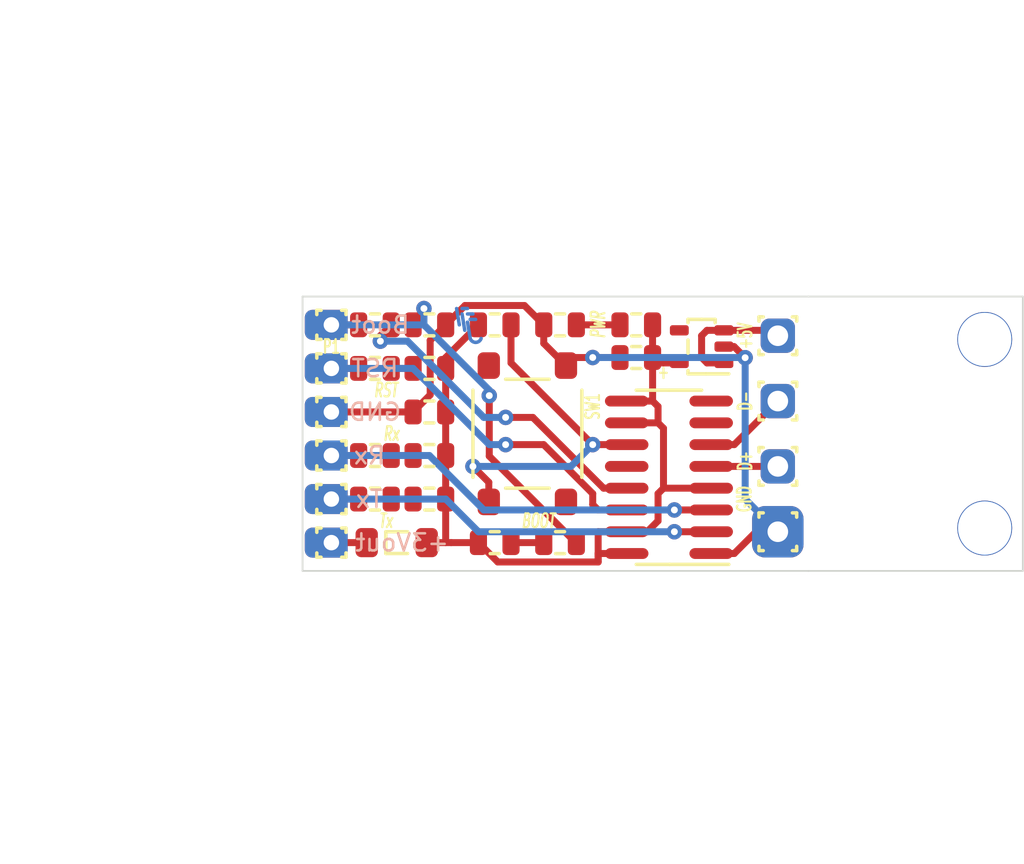
<source format=kicad_pcb>
(kicad_pcb (version 20221018) (generator pcbnew)
  (title_block (title "USB-TTL Download cable") (date "2023-10-06") (rev "00") (comment 1 "Janis"))
  (layers (0 "F.Cu" signal) (31 "B.Cu" signal) (34 "B.Paste" user) (35 "F.Paste" user) (36 "B.SilkS" user "B.Silkscreen") (37 "F.SilkS" user "F.Silkscreen") (38 "B.Mask" user) (39 "F.Mask" user) (44 "Edge.Cuts" user))
  (net 0 "")
  (net 1 "GND")
  (net 2 "Net-(D1-A)")
  (net 3 "Net-(D1-C)")
  (net 4 "Net-(IC1-EN)")
  (net 5 "Net-(IC2-TXD)")
  (net 6 "Net-(IC2-RXD)")
  (net 7 "Net-(IC2-USBDP)")
  (net 8 "Net-(IC2-USBDM)")
  (net 11 "Net-(IC2-~{RI})")
  (net 13 "Net-(IC2-~{DTR})")
  (net 14 "Net-(IC2-~{RTS})")
  (net 15 "Net-(LD5-PadC)")
  (net 16 "Net-(LD1-PadA)")
  (net 17 "Net-(LD2-PadA)")
  (net 18 "Net-(LD3-PadA)")
  (net 19 "Net-(LD4-PadA)")
  (net 20 "Net-(LD2-PadC)")
  (footprint "SMD_Resistor_Generic:RESC2012X50N_0805" (layer "F.Cu") (at 132.715 93.98 180)
    (fp_text reference "R5" hide)
    (fp_text value "0R")
    (fp_line (start -0.261252 -0.64) (end 0.261252 -0.64) (stroke (width 0.2032)) (layer "F.SilkS"))
    (fp_line (start -0.261252 0.64) (end 0.261252 0.64) (stroke (width 0.2032)) (layer "F.SilkS"))
    (pad "1" smd roundrect (at -0.95 0 180) (size 1 1.45) (layers "F.Cu" "F.Paste" "F.Mask") (net 1 "GND"))
    (pad "2" smd roundrect (at 0.95 0 180) (size 1 1.45) (layers "F.Cu" "F.Paste" "F.Mask") (net 20 "Net-(LD2-PadC)"))
  )
  (footprint "SMD_Semiconductor_Generic:DIOMELF3414N_DO213AC_MiniMELF" (layer "F.Cu") (at 130.81 106.68)
    (fp_text reference "D1" hide)
    (fp_text value "LL4148")
    (fp_line (start -0.635 0.635) (end -0.635 -0.635) (stroke (width 0.2032)) (layer "F.SilkS"))
    (fp_line (start 0.635 -0.635) (end -0.635 -0.635) (stroke (width 0.2032)) (layer "F.SilkS"))
    (fp_line (start 0.635 0.635) (end -0.635 0.635) (stroke (width 0.2032)) (layer "F.SilkS"))
    (pad "1" smd roundrect (at -1.75 0) (size 1.3 1.7) (layers "F.Cu" "F.Paste" "F.Mask") (net 3 "Net-(D1-C)"))
    (pad "2" smd roundrect (at 1.75 0) (size 1.3 1.7) (layers "F.Cu" "F.Paste" "F.Mask") (net 2 "Net-(D1-A)"))
  )
  (footprint "THD_PAD_Generic:PAD_THD_R200_200R50H120" (layer "F.Cu") (at 153.035 98.425)
    (fp_text reference "CN2" hide)
    (fp_text value "D-" (at -1.905 0 90) (layer "F.SilkS") (effects (font (size 0.8 0.5))))
    (fp_line (start -1.1 -0.85) (end -1.1 -1.1) (stroke (width 0.2032)) (layer "F.SilkS"))
    (fp_line (start -1.1 0.85) (end -1.1 1.1) (stroke (width 0.2032)) (layer "F.SilkS"))
    (fp_line (start -0.85 -1.1) (end -1.1 -1.1) (stroke (width 0.2032)) (layer "F.SilkS"))
    (fp_line (start -0.85 1.1) (end -1.1 1.1) (stroke (width 0.2032)) (layer "F.SilkS"))
    (fp_line (start 0.85 -1.1) (end 1.1 -1.1) (stroke (width 0.2032)) (layer "F.SilkS"))
    (fp_line (start 0.85 1.1) (end 1.1 1.1) (stroke (width 0.2032)) (layer "F.SilkS"))
    (fp_line (start 1.1 -0.85) (end 1.1 -1.1) (stroke (width 0.2032)) (layer "F.SilkS"))
    (fp_line (start 1.1 0.85) (end 1.1 1.1) (stroke (width 0.2032)) (layer "F.SilkS"))
    (pad "1" thru_hole roundrect (at 0 0) (size 2 2) (drill 1.2) (layers "*.Cu" "*.Mask") (net 8 "Net-(IC2-USBDM)"))
  )
  (footprint "SMD_Resistor_Generic:RESC2012X50N_0805" (layer "F.Cu") (at 132.715 104.14)
    (fp_text reference "R8" hide)
    (fp_text value "2k2 5%")
    (fp_line (start -0.261252 -0.64) (end 0.261252 -0.64) (stroke (width 0.2032)) (layer "F.SilkS"))
    (fp_line (start -0.261252 0.64) (end 0.261252 0.64) (stroke (width 0.2032)) (layer "F.SilkS"))
    (pad "1" smd roundrect (at -0.95 0) (size 1 1.45) (layers "F.Cu" "F.Paste" "F.Mask") (net 18 "Net-(LD3-PadA)"))
    (pad "2" smd roundrect (at 0.95 0) (size 1 1.45) (layers "F.Cu" "F.Paste" "F.Mask") (net 2 "Net-(D1-A)"))
  )
  (footprint "THD_PAD_Generic:PAD_THD_R150_150R37H90" (layer "F.Cu") (at 127 106.68 180)
    (fp_text reference "P6" hide)
    (fp_text value "+3Vout" (at -4.1275 0) (layer "B.SilkS") (effects (justify mirror)))
    (fp_line (start -0.85 -0.6) (end -0.85 -0.85) (stroke (width 0.2032)) (layer "F.SilkS"))
    (fp_line (start -0.85 0.6) (end -0.85 0.85) (stroke (width 0.2032)) (layer "F.SilkS"))
    (fp_line (start -0.6 -0.85) (end -0.85 -0.85) (stroke (width 0.2032)) (layer "F.SilkS"))
    (fp_line (start -0.6 0.85) (end -0.85 0.85) (stroke (width 0.2032)) (layer "F.SilkS"))
    (fp_line (start 0.6 -0.85) (end 0.85 -0.85) (stroke (width 0.2032)) (layer "F.SilkS"))
    (fp_line (start 0.6 0.85) (end 0.85 0.85) (stroke (width 0.2032)) (layer "F.SilkS"))
    (fp_line (start 0.85 -0.6) (end 0.85 -0.85) (stroke (width 0.2032)) (layer "F.SilkS"))
    (fp_line (start 0.85 0.6) (end 0.85 0.85) (stroke (width 0.2032)) (layer "F.SilkS"))
    (pad "1" thru_hole roundrect (at 0 0 180) (size 2.5 1.75) (drill 0.9 (offset 0.3 0)) (layers "*.Cu" "*.Mask") (net 3 "Net-(D1-C)"))
  )
  (footprint "SMD_Resistor_Generic:RESC2012X50N_0805" (layer "F.Cu") (at 129.54 93.98 180)
    (fp_text reference "R4" hide)
    (fp_text value "0R")
    (fp_line (start -0.261252 -0.64) (end 0.261252 -0.64) (stroke (width 0.2032)) (layer "F.SilkS"))
    (fp_line (start -0.261252 0.64) (end 0.261252 0.64) (stroke (width 0.2032)) (layer "F.SilkS"))
    (pad "1" smd roundrect (at -0.95 0 180) (size 1 1.45) (layers "F.Cu" "F.Paste" "F.Mask") (net 13 "Net-(IC2-~{DTR})"))
    (pad "2" smd roundrect (at 0.95 0 180) (size 1 1.45) (layers "F.Cu" "F.Paste" "F.Mask") (net 20 "Net-(LD2-PadC)"))
  )
  (footprint "THD_PAD_Generic:PAD_THD_R200_200R50H120" (layer "F.Cu") (at 153.035 102.235)
    (fp_text reference "CN3" hide)
    (fp_text value "D+" (at -1.905 -0.3175 90) (layer "F.SilkS") (effects (font (size 0.8 0.5))))
    (fp_line (start -1.1 -0.85) (end -1.1 -1.1) (stroke (width 0.2032)) (layer "F.SilkS"))
    (fp_line (start -1.1 0.85) (end -1.1 1.1) (stroke (width 0.2032)) (layer "F.SilkS"))
    (fp_line (start -0.85 -1.1) (end -1.1 -1.1) (stroke (width 0.2032)) (layer "F.SilkS"))
    (fp_line (start -0.85 1.1) (end -1.1 1.1) (stroke (width 0.2032)) (layer "F.SilkS"))
    (fp_line (start 0.85 -1.1) (end 1.1 -1.1) (stroke (width 0.2032)) (layer "F.SilkS"))
    (fp_line (start 0.85 1.1) (end 1.1 1.1) (stroke (width 0.2032)) (layer "F.SilkS"))
    (fp_line (start 1.1 -0.85) (end 1.1 -1.1) (stroke (width 0.2032)) (layer "F.SilkS"))
    (fp_line (start 1.1 0.85) (end 1.1 1.1) (stroke (width 0.2032)) (layer "F.SilkS"))
    (pad "1" thru_hole roundrect (at 0 0) (size 2 2) (drill 1.2) (layers "*.Cu" "*.Mask") (net 7 "Net-(IC2-USBDP)"))
  )
  (footprint "THD_PAD_Generic:PAD_THD_R150_150R37H90" (layer "F.Cu") (at 127 104.14 180)
    (fp_text reference "P5" hide)
    (fp_text value "Tx" (at -2.2225 0) (layer "B.SilkS") (effects (justify mirror)))
    (fp_line (start -0.85 -0.6) (end -0.85 -0.85) (stroke (width 0.2032)) (layer "F.SilkS"))
    (fp_line (start -0.85 0.6) (end -0.85 0.85) (stroke (width 0.2032)) (layer "F.SilkS"))
    (fp_line (start -0.6 -0.85) (end -0.85 -0.85) (stroke (width 0.2032)) (layer "F.SilkS"))
    (fp_line (start -0.6 0.85) (end -0.85 0.85) (stroke (width 0.2032)) (layer "F.SilkS"))
    (fp_line (start 0.6 -0.85) (end 0.85 -0.85) (stroke (width 0.2032)) (layer "F.SilkS"))
    (fp_line (start 0.6 0.85) (end 0.85 0.85) (stroke (width 0.2032)) (layer "F.SilkS"))
    (fp_line (start 0.85 -0.6) (end 0.85 -0.85) (stroke (width 0.2032)) (layer "F.SilkS"))
    (fp_line (start 0.85 0.6) (end 0.85 0.85) (stroke (width 0.2032)) (layer "F.SilkS"))
    (pad "1" thru_hole roundrect (at 0 0 180) (size 2.5 1.75) (drill 0.9 (offset 0.3 0)) (layers "*.Cu" "*.Mask") (net 5 "Net-(IC2-TXD)"))
  )
  (footprint "THD_PAD_Generic:PAD_THD_R150_150R37H90" (layer "F.Cu") (at 127 101.6 180)
    (fp_text reference "P4" hide)
    (fp_text value "Rx" (at -2.2225 0) (layer "B.SilkS") (effects (justify mirror)))
    (fp_line (start -0.85 -0.6) (end -0.85 -0.85) (stroke (width 0.2032)) (layer "F.SilkS"))
    (fp_line (start -0.85 0.6) (end -0.85 0.85) (stroke (width 0.2032)) (layer "F.SilkS"))
    (fp_line (start -0.6 -0.85) (end -0.85 -0.85) (stroke (width 0.2032)) (layer "F.SilkS"))
    (fp_line (start -0.6 0.85) (end -0.85 0.85) (stroke (width 0.2032)) (layer "F.SilkS"))
    (fp_line (start 0.6 -0.85) (end 0.85 -0.85) (stroke (width 0.2032)) (layer "F.SilkS"))
    (fp_line (start 0.6 0.85) (end 0.85 0.85) (stroke (width 0.2032)) (layer "F.SilkS"))
    (fp_line (start 0.85 -0.6) (end 0.85 -0.85) (stroke (width 0.2032)) (layer "F.SilkS"))
    (fp_line (start 0.85 0.6) (end 0.85 0.85) (stroke (width 0.2032)) (layer "F.SilkS"))
    (pad "1" thru_hole roundrect (at 0 0 180) (size 2.5 1.75) (drill 0.9 (offset 0.3 0)) (layers "*.Cu" "*.Mask") (net 6 "Net-(IC2-RXD)"))
  )
  (footprint "THD_PAD_Generic:PAD_THD_R200_200R50H120" (layer "F.Cu") (at 153.035 106.045)
    (fp_text reference "CN4" hide)
    (fp_text value "GND" (at -1.9525 -1.905 -90) (layer "F.SilkS") (effects (font (size 0.8 0.5))))
    (fp_line (start -1.1 -0.85) (end -1.1 -1.1) (stroke (width 0.2032)) (layer "F.SilkS"))
    (fp_line (start -1.1 0.85) (end -1.1 1.1) (stroke (width 0.2032)) (layer "F.SilkS"))
    (fp_line (start -0.85 -1.1) (end -1.1 -1.1) (stroke (width 0.2032)) (layer "F.SilkS"))
    (fp_line (start -0.85 1.1) (end -1.1 1.1) (stroke (width 0.2032)) (layer "F.SilkS"))
    (fp_line (start 0.85 -1.1) (end 1.1 -1.1) (stroke (width 0.2032)) (layer "F.SilkS"))
    (fp_line (start 0.85 1.1) (end 1.1 1.1) (stroke (width 0.2032)) (layer "F.SilkS"))
    (fp_line (start 1.1 -0.85) (end 1.1 -1.1) (stroke (width 0.2032)) (layer "F.SilkS"))
    (fp_line (start 1.1 0.85) (end 1.1 1.1) (stroke (width 0.2032)) (layer "F.SilkS"))
    (pad "1" thru_hole roundrect (at 0 0) (size 3 3) (drill 1.2) (layers "*.Cu" "*.Mask") (net 1 "GND"))
  )
  (footprint "THD_PAD_Generic:PAD_THD_R200_200R50H120" (layer "F.Cu") (at 153.035 94.615)
    (fp_text reference "CN1" hide)
    (fp_text value "+5V" (at -1.905 0 90) (layer "F.SilkS") (effects (font (size 0.8 0.5))))
    (fp_line (start -1.1 -0.85) (end -1.1 -1.1) (stroke (width 0.2032)) (layer "F.SilkS"))
    (fp_line (start -1.1 0.85) (end -1.1 1.1) (stroke (width 0.2032)) (layer "F.SilkS"))
    (fp_line (start -0.85 -1.1) (end -1.1 -1.1) (stroke (width 0.2032)) (layer "F.SilkS"))
    (fp_line (start -0.85 1.1) (end -1.1 1.1) (stroke (width 0.2032)) (layer "F.SilkS"))
    (fp_line (start 0.85 -1.1) (end 1.1 -1.1) (stroke (width 0.2032)) (layer "F.SilkS"))
    (fp_line (start 0.85 1.1) (end 1.1 1.1) (stroke (width 0.2032)) (layer "F.SilkS"))
    (fp_line (start 1.1 -0.85) (end 1.1 -1.1) (stroke (width 0.2032)) (layer "F.SilkS"))
    (fp_line (start 1.1 0.85) (end 1.1 1.1) (stroke (width 0.2032)) (layer "F.SilkS"))
    (pad "1" thru_hole roundrect (at 0 0) (size 2 2) (drill 1.2) (layers "*.Cu" "*.Mask") (net 4 "Net-(IC1-EN)"))
  )
  (footprint "SMD_Resistor_Generic:RESC2012X50N_0805" (layer "F.Cu") (at 140.335 93.98)
    (fp_text reference "R10" hide)
    (fp_text value "2k2 5%")
    (fp_line (start -0.261252 -0.64) (end 0.261252 -0.64) (stroke (width 0.2032)) (layer "F.SilkS"))
    (fp_line (start -0.261252 0.64) (end 0.261252 0.64) (stroke (width 0.2032)) (layer "F.SilkS"))
    (pad "1" smd roundrect (at -0.95 0) (size 1 1.45) (layers "F.Cu" "F.Paste" "F.Mask") (net 1 "GND"))
    (pad "2" smd roundrect (at 0.95 0) (size 1 1.45) (layers "F.Cu" "F.Paste" "F.Mask") (net 15 "Net-(LD5-PadC)"))
  )
  (footprint "SMD_IC_Generic:SOP127P700X200-16N_SOP-16" (layer "F.Cu") (at 146.685 102.87 180)
    (fp_text reference "IC2" hide)
    (fp_text value "CH340C")
    (fp_line (start -0.0425 -5.08) (end -3.4925 -5.08) (stroke (width 0.2032)) (layer "F.SilkS"))
    (fp_line (start -0.0425 -5.08) (end 1.905 -5.08) (stroke (width 0.2032)) (layer "F.SilkS"))
    (fp_line (start 0 5.08) (end -1.905 5.08) (stroke (width 0.2032)) (layer "F.SilkS"))
    (fp_line (start 0 5.08) (end 1.905 5.08) (stroke (width 0.2032)) (layer "F.SilkS"))
    (pad "1" smd roundrect (at -2.4638 -4.445 180) (size 2.54 0.635) (layers "F.Cu" "F.Paste" "F.Mask") (roundrect_rratio 0.5) (net 1 "GND"))
    (pad "2" smd roundrect (at -2.4638 -3.175 180) (size 2.54 0.635) (layers "F.Cu" "F.Paste" "F.Mask") (roundrect_rratio 0.5) (net 5 "Net-(IC2-TXD)"))
    (pad "3" smd roundrect (at -2.4638 -1.905 180) (size 2.54 0.635) (layers "F.Cu" "F.Paste" "F.Mask") (roundrect_rratio 0.5) (net 6 "Net-(IC2-RXD)"))
    (pad "4" smd roundrect (at -2.4638 -0.635 180) (size 2.54 0.635) (layers "F.Cu" "F.Paste" "F.Mask") (roundrect_rratio 0.5) (net 2 "Net-(D1-A)"))
    (pad "5" smd roundrect (at -2.4638 0.635 180) (size 2.54 0.635) (layers "F.Cu" "F.Paste" "F.Mask") (roundrect_rratio 0.5) (net 7 "Net-(IC2-USBDP)"))
    (pad "6" smd roundrect (at -2.4638 1.905 180) (size 2.54 0.635) (layers "F.Cu" "F.Paste" "F.Mask") (roundrect_rratio 0.5) (net 8 "Net-(IC2-USBDM)"))
    (pad "7" smd roundrect (at -2.4638 3.175 180) (size 2.54 0.635) (layers "F.Cu" "F.Paste" "F.Mask") (roundrect_rratio 0.5))
    (pad "8" smd roundrect (at -2.4638 4.445 180) (size 2.54 0.635) (layers "F.Cu" "F.Paste" "F.Mask") (roundrect_rratio 0.5))
    (pad "9" smd roundrect (at 2.4638 4.445 180) (size 2.54 0.635) (layers "F.Cu" "F.Paste" "F.Mask") (roundrect_rratio 0.5) (net 2 "Net-(D1-A)"))
    (pad "10" smd roundrect (at 2.4638 3.175 180) (size 2.54 0.635) (layers "F.Cu" "F.Paste" "F.Mask") (roundrect_rratio 0.5) (net 2 "Net-(D1-A)"))
    (pad "11" smd roundrect (at 2.4638 1.905 180) (size 2.54 0.635) (layers "F.Cu" "F.Paste" "F.Mask") (roundrect_rratio 0.5) (net 11 "Net-(IC2-~{RI})"))
    (pad "12" smd roundrect (at 2.4638 0.635 180) (size 2.54 0.635) (layers "F.Cu" "F.Paste" "F.Mask") (roundrect_rratio 0.5))
    (pad "13" smd roundrect (at 2.4638 -0.635 180) (size 2.54 0.635) (layers "F.Cu" "F.Paste" "F.Mask") (roundrect_rratio 0.5) (net 13 "Net-(IC2-~{DTR})"))
    (pad "14" smd roundrect (at 2.4638 -1.905 180) (size 2.54 0.635) (layers "F.Cu" "F.Paste" "F.Mask") (roundrect_rratio 0.5) (net 14 "Net-(IC2-~{RTS})"))
    (pad "15" smd roundrect (at 2.4638 -3.175 180) (size 2.54 0.635) (layers "F.Cu" "F.Paste" "F.Mask") (roundrect_rratio 0.5) (net 2 "Net-(D1-A)"))
    (pad "16" smd roundrect (at 2.4638 -4.445 180) (size 2.54 0.635) (layers "F.Cu" "F.Paste" "F.Mask") (roundrect_rratio 0.5) (net 2 "Net-(D1-A)"))
  )
  (footprint "THD_PAD_Generic:PAD_THD_R150_150R37H90" (layer "F.Cu") (at 127 99.06 180)
    (fp_text reference "P3" hide)
    (fp_text value "GND" (at -2.54 0) (layer "B.SilkS") (effects (justify mirror)))
    (fp_line (start -0.85 -0.6) (end -0.85 -0.85) (stroke (width 0.2032)) (layer "F.SilkS"))
    (fp_line (start -0.85 0.6) (end -0.85 0.85) (stroke (width 0.2032)) (layer "F.SilkS"))
    (fp_line (start -0.6 -0.85) (end -0.85 -0.85) (stroke (width 0.2032)) (layer "F.SilkS"))
    (fp_line (start -0.6 0.85) (end -0.85 0.85) (stroke (width 0.2032)) (layer "F.SilkS"))
    (fp_line (start 0.6 -0.85) (end 0.85 -0.85) (stroke (width 0.2032)) (layer "F.SilkS"))
    (fp_line (start 0.6 0.85) (end 0.85 0.85) (stroke (width 0.2032)) (layer "F.SilkS"))
    (fp_line (start 0.85 -0.6) (end 0.85 -0.85) (stroke (width 0.2032)) (layer "F.SilkS"))
    (fp_line (start 0.85 0.6) (end 0.85 0.85) (stroke (width 0.2032)) (layer "F.SilkS"))
    (pad "1" thru_hole roundrect (at 0 0 180) (size 2.5 1.75) (drill 0.9 (offset 0.3 0)) (layers "*.Cu" "*.Mask") (net 1 "GND"))
  )
  (footprint "SMD_LED_Generic:LEDC2012X100_0805_Green" (layer "F.Cu") (at 129.54 96.52)
    (fp_text reference "LD1" hide)
    (fp_text value "KP-2012MGC-Green")
    (fp_text user "${Comment}" (at 0.635 1.27) (layer "F.SilkS") (effects (font (size 0.8 0.5) (thickness 0.125) bold italic)))
    (fp_line (start -0.261252 -0.64) (end 0.261252 -0.64) (stroke (width 0.2032)) (layer "F.SilkS"))
    (fp_line (start -0.261252 0.64) (end 0.261252 0.64) (stroke (width 0.2032)) (layer "F.SilkS"))
    (pad "A" smd roundrect (at 0.95 0) (size 1 1.45) (layers "F.Cu" "F.Paste" "F.Mask") (net 16 "Net-(LD1-PadA)"))
    (pad "C" smd roundrect (at -0.95 0) (size 1 1.45) (layers "F.Cu" "F.Paste" "F.Mask") (net 14 "Net-(IC2-~{RTS})"))
  )
  (footprint "THD_PAD_Generic:PAD_THD_R150_150R37H90" (layer "F.Cu") (at 127 93.98 180)
    (fp_text reference "P1" (at 0 -1.27) (layer "F.SilkS") (effects (font (size 0.8 0.5) (thickness 0.125))))
    (fp_text value "Boot" (at -2.8575 0) (layer "B.SilkS") (effects (justify mirror)))
    (fp_line (start -0.85 -0.6) (end -0.85 -0.85) (stroke (width 0.2032)) (layer "F.SilkS"))
    (fp_line (start -0.85 0.6) (end -0.85 0.85) (stroke (width 0.2032)) (layer "F.SilkS"))
    (fp_line (start -0.6 -0.85) (end -0.85 -0.85) (stroke (width 0.2032)) (layer "F.SilkS"))
    (fp_line (start -0.6 0.85) (end -0.85 0.85) (stroke (width 0.2032)) (layer "F.SilkS"))
    (fp_line (start 0.6 -0.85) (end 0.85 -0.85) (stroke (width 0.2032)) (layer "F.SilkS"))
    (fp_line (start 0.6 0.85) (end 0.85 0.85) (stroke (width 0.2032)) (layer "F.SilkS"))
    (fp_line (start 0.85 -0.6) (end 0.85 -0.85) (stroke (width 0.2032)) (layer "F.SilkS"))
    (fp_line (start 0.85 0.6) (end 0.85 0.85) (stroke (width 0.2032)) (layer "F.SilkS"))
    (pad "1" thru_hole roundrect (at 0 0 180) (size 2.5 1.75) (drill 0.9 (offset 0.3 0)) (layers "*.Cu" "*.Mask") (net 20 "Net-(LD2-PadC)"))
  )
  (footprint "SMD_Resistor_Generic:RESC2012X50N_0805" (layer "F.Cu") (at 132.715 101.6)
    (fp_text reference "R9" hide)
    (fp_text value "2k2 5%")
    (fp_line (start -0.261252 -0.64) (end 0.261252 -0.64) (stroke (width 0.2032)) (layer "F.SilkS"))
    (fp_line (start -0.261252 0.64) (end 0.261252 0.64) (stroke (width 0.2032)) (layer "F.SilkS"))
    (pad "1" smd roundrect (at -0.95 0) (size 1 1.45) (layers "F.Cu" "F.Paste" "F.Mask") (net 19 "Net-(LD4-PadA)"))
    (pad "2" smd roundrect (at 0.95 0) (size 1 1.45) (layers "F.Cu" "F.Paste" "F.Mask") (net 2 "Net-(D1-A)"))
  )
  (footprint "SMD_Resistor_Generic:RESC2012X50N_0805" (layer "F.Cu") (at 136.525 106.68 180)
    (fp_text reference "R3" hide)
    (fp_text value "2k2 5%")
    (fp_line (start -0.261252 -0.64) (end 0.261252 -0.64) (stroke (width 0.2032)) (layer "F.SilkS"))
    (fp_line (start -0.261252 0.64) (end 0.261252 0.64) (stroke (width 0.2032)) (layer "F.SilkS"))
    (pad "1" smd roundrect (at -0.95 0 180) (size 1 1.45) (layers "F.Cu" "F.Paste" "F.Mask") (net 17 "Net-(LD2-PadA)"))
    (pad "2" smd roundrect (at 0.95 0 180) (size 1 1.45) (layers "F.Cu" "F.Paste" "F.Mask") (net 2 "Net-(D1-A)"))
  )
  (footprint "SMD_LED_Generic:LEDC2012X100_0805_Green" (layer "F.Cu") (at 140.335 106.68 180)
    (fp_text reference "LD2" hide)
    (fp_text value "KP-2012MGC-Green")
    (fp_text user "${Comment}" (at 1.27 1.27 180) (layer "F.SilkS") (effects (font (size 0.8 0.5) (thickness 0.125) bold italic)))
    (fp_line (start -0.261252 -0.64) (end 0.261252 -0.64) (stroke (width 0.2032)) (layer "F.SilkS"))
    (fp_line (start -0.261252 0.64) (end 0.261252 0.64) (stroke (width 0.2032)) (layer "F.SilkS"))
    (pad "A" smd roundrect (at 0.95 0 180) (size 1 1.45) (layers "F.Cu" "F.Paste" "F.Mask") (net 17 "Net-(LD2-PadA)"))
    (pad "C" smd roundrect (at -0.95 0 180) (size 1 1.45) (layers "F.Cu" "F.Paste" "F.Mask") (net 20 "Net-(LD2-PadC)"))
  )
  (footprint "THD_PAD_Generic:PAD_THD_R150_150R37H90" (layer "F.Cu") (at 127 96.52 180)
    (fp_text reference "P2" hide)
    (fp_text value "RST" (at -2.54 0) (layer "B.SilkS") (effects (justify mirror)))
    (fp_line (start -0.85 -0.6) (end -0.85 -0.85) (stroke (width 0.2032)) (layer "F.SilkS"))
    (fp_line (start -0.85 0.6) (end -0.85 0.85) (stroke (width 0.2032)) (layer "F.SilkS"))
    (fp_line (start -0.6 -0.85) (end -0.85 -0.85) (stroke (width 0.2032)) (layer "F.SilkS"))
    (fp_line (start -0.6 0.85) (end -0.85 0.85) (stroke (width 0.2032)) (layer "F.SilkS"))
    (fp_line (start 0.6 -0.85) (end 0.85 -0.85) (stroke (width 0.2032)) (layer "F.SilkS"))
    (fp_line (start 0.6 0.85) (end 0.85 0.85) (stroke (width 0.2032)) (layer "F.SilkS"))
    (fp_line (start 0.85 -0.6) (end 0.85 -0.85) (stroke (width 0.2032)) (layer "F.SilkS"))
    (fp_line (start 0.85 0.6) (end 0.85 0.85) (stroke (width 0.2032)) (layer "F.SilkS"))
    (pad "1" thru_hole roundrect (at 0 0 180) (size 2.5 1.75) (drill 0.9 (offset 0.3 0)) (layers "*.Cu" "*.Mask") (net 14 "Net-(IC2-~{RTS})"))
  )
  (footprint "SMD_Switch_Omron:SW_PUSH_450P600X600H430-4N_Omron" (layer "F.Cu") (at 138.43 100.33 90)
    (fp_text reference "SW1" (at 1.5875 3.81 270) (layer "F.SilkS") (effects (font (size 0.8 0.5))))
    (fp_text value "B3S-1000")
    (fp_line (start -3.175 -1.27) (end -3.175 1.27) (stroke (width 0.2032)) (layer "F.SilkS"))
    (fp_line (start -2.54 -3.175) (end 2.54 -3.175) (stroke (width 0.2032)) (layer "F.SilkS"))
    (fp_line (start -2.54 3.175) (end 2.54 3.175) (stroke (width 0.2032)) (layer "F.SilkS"))
    (fp_line (start 3.175 1.27) (end 3.175 -1.27) (stroke (width 0.2032)) (layer "F.SilkS"))
    (pad "1" smd roundrect (at -3.975 -2.25 90) (size 1.55 1.3) (layers "F.Cu" "F.Paste" "F.Mask") (net 11 "Net-(IC2-~{RI})"))
    (pad "2" smd roundrect (at -3.975 2.25 90) (size 1.55 1.3) (layers "F.Cu" "F.Paste" "F.Mask"))
    (pad "3" smd roundrect (at 3.975 -2.25 90) (size 1.55 1.3) (layers "F.Cu" "F.Paste" "F.Mask"))
    (pad "4" smd roundrect (at 3.975 2.25 90) (size 1.55 1.3) (layers "F.Cu" "F.Paste" "F.Mask") (net 1 "GND"))
  )
  (footprint "SMD_Resistor_Generic:RESC2012X50N_0805" (layer "F.Cu") (at 136.525 93.98 180)
    (fp_text reference "R1" hide)
    (fp_text value "10k 5%")
    (fp_line (start -0.261252 -0.64) (end 0.261252 -0.64) (stroke (width 0.2032)) (layer "F.SilkS"))
    (fp_line (start -0.261252 0.64) (end 0.261252 0.64) (stroke (width 0.2032)) (layer "F.SilkS"))
    (pad "1" smd roundrect (at -0.95 0 180) (size 1 1.45) (layers "F.Cu" "F.Paste" "F.Mask") (net 11 "Net-(IC2-~{RI})"))
    (pad "2" smd roundrect (at 0.95 0 180) (size 1 1.45) (layers "F.Cu" "F.Paste" "F.Mask") (net 2 "Net-(D1-A)"))
  )
  (footprint "SMD_LED_Generic:LEDC2012X100_0805_Yellow" (layer "F.Cu") (at 129.54 101.6)
    (fp_text reference "LD4" hide)
    (fp_text value "KP-2012SYCK-Yellow")
    (fp_text user "${Comment}" (at 0.9525 -1.27) (layer "F.SilkS") (effects (font (size 0.8 0.5) (thickness 0.125) bold italic)))
    (fp_line (start -0.261252 -0.64) (end 0.261252 -0.64) (stroke (width 0.2032)) (layer "F.SilkS"))
    (fp_line (start -0.261252 0.64) (end 0.261252 0.64) (stroke (width 0.2032)) (layer "F.SilkS"))
    (pad "A" smd roundrect (at 0.95 0) (size 1 1.45) (layers "F.Cu" "F.Paste" "F.Mask") (net 19 "Net-(LD4-PadA)"))
    (pad "C" smd roundrect (at -0.95 0) (size 1 1.45) (layers "F.Cu" "F.Paste" "F.Mask") (net 6 "Net-(IC2-RXD)"))
  )
  (footprint "SMD_LED_Generic:LEDC2012X100_0805_Red" (layer "F.Cu") (at 144.78 93.98)
    (fp_text reference "LD5" hide)
    (fp_text value "KP-2012SURCK-Red")
    (fp_text user "${Comment}" (at -2.2225 0 90) (layer "F.SilkS") (effects (font (size 0.8 0.5) (thickness 0.125) bold italic)))
    (fp_line (start -0.261252 -0.64) (end 0.261252 -0.64) (stroke (width 0.2032)) (layer "F.SilkS"))
    (fp_line (start -0.261252 0.64) (end 0.261252 0.64) (stroke (width 0.2032)) (layer "F.SilkS"))
    (pad "A" smd roundrect (at 0.95 0) (size 1 1.45) (layers "F.Cu" "F.Paste" "F.Mask") (net 2 "Net-(D1-A)"))
    (pad "C" smd roundrect (at -0.95 0) (size 1 1.45) (layers "F.Cu" "F.Paste" "F.Mask") (net 15 "Net-(LD5-PadC)"))
  )
  (footprint "SMD_Semiconductor_Generic:SOT95P280X145-5N_SOT23-5__12345" (layer "F.Cu") (at 148.59 95.25 180)
    (fp_text reference "IC1" hide)
    (fp_text value "LR6207")
    (fp_line (start -0.79248 1.397) (end -0.79248 1.5875) (stroke (width 0.2032)) (layer "F.SilkS"))
    (fp_line (start -0.79248 1.5875) (end 0 1.5875) (stroke (width 0.2032)) (layer "F.SilkS"))
    (fp_line (start -0.24892 -1.5875) (end -1.5875 -1.5875) (stroke (width 0.2032)) (layer "F.SilkS"))
    (fp_line (start 0.79248 -1.5875) (end -0.24892 -1.5875) (stroke (width 0.2032)) (layer "F.SilkS"))
    (fp_line (start 0.79248 -1.5875) (end 0.79248 -1.397) (stroke (width 0.2032)) (layer "F.SilkS"))
    (fp_line (start 0.79248 -0.381) (end 0.79248 0.381) (stroke (width 0.2032)) (layer "F.SilkS"))
    (fp_line (start 0.79248 1.397) (end 0.79248 1.5875) (stroke (width 0.2032)) (layer "F.SilkS"))
    (fp_line (start 0.79248 1.5875) (end 0 1.5875) (stroke (width 0.2032)) (layer "F.SilkS"))
    (pad "1" smd roundrect (at -1.3 -0.95 180) (size 1.1 0.6) (layers "F.Cu" "F.Paste" "F.Mask") (net 4 "Net-(IC1-EN)"))
    (pad "2" smd roundrect (at -1.3 0 180) (size 1.1 0.6) (layers "F.Cu" "F.Paste" "F.Mask") (net 1 "GND"))
    (pad "3" smd roundrect (at -1.3 0.95 180) (size 1.1 0.6) (layers "F.Cu" "F.Paste" "F.Mask") (net 4 "Net-(IC1-EN)"))
    (pad "4" smd roundrect (at 1.3 0.95 180) (size 1.1 0.6) (layers "F.Cu" "F.Paste" "F.Mask"))
    (pad "5" smd roundrect (at 1.3 -0.95 180) (size 1.1 0.6) (layers "F.Cu" "F.Paste" "F.Mask") (net 2 "Net-(D1-A)"))
  )
  (footprint "SMD_Capacitor_NonPolarised_Generic:CAPC2012X85N_0805" (layer "F.Cu") (at 132.715 99.06)
    (fp_text reference "C2" hide)
    (fp_text value "100n")
    (fp_line (start -0.261252 -0.64) (end 0.261252 -0.64) (stroke (width 0.2032)) (layer "F.SilkS"))
    (fp_line (start -0.261252 0.64) (end 0.261252 0.64) (stroke (width 0.2032)) (layer "F.SilkS"))
    (pad "1" smd roundrect (at -0.95 0) (size 1 1.45) (layers "F.Cu" "F.Paste" "F.Mask") (net 1 "GND"))
    (pad "2" smd roundrect (at 0.95 0) (size 1 1.45) (layers "F.Cu" "F.Paste" "F.Mask") (net 2 "Net-(D1-A)"))
  )
  (footprint "SMD_Capacitor_Polarised_Generic:CAPCP2012X120N_0805_Case-R" (layer "F.Cu") (at 144.78 95.885 180)
    (fp_text reference "C1" hide)
    (fp_text value "4u7/6.3V")
    (fp_text user "+" (at -1.5875 -0.9525 180 unlocked) (layer "F.SilkS") (effects (font (size 0.8 0.5) (thickness 0.125))))
    (fp_line (start -0.261252 -0.64) (end 0.261252 -0.64) (stroke (width 0.2032)) (layer "F.SilkS"))
    (fp_line (start -0.261252 0.64) (end 0.261252 0.64) (stroke (width 0.2032)) (layer "F.SilkS"))
    (pad "1" smd roundrect (at -0.95 0 180) (size 1 1.45) (layers "F.Cu" "F.Paste" "F.Mask") (net 2 "Net-(D1-A)"))
    (pad "2" smd roundrect (at 0.95 0 180) (size 1 1.45) (layers "F.Cu" "F.Paste" "F.Mask") (net 1 "GND"))
  )
  (footprint "SMD_LED_Generic:LEDC2012X100_0805_Blue" (layer "F.Cu") (at 129.54 104.14)
    (fp_text reference "LD3" hide)
    (fp_text value "KP-2012MGC-Green")
    (fp_text user "${Comment}" (at 0.635 1.27) (layer "F.SilkS") (effects (font (size 0.8 0.5) (thickness 0.125) bold italic)))
    (fp_line (start -0.261252 -0.64) (end 0.261252 -0.64) (stroke (width 0.2032)) (layer "F.SilkS"))
    (fp_line (start -0.261252 0.64) (end 0.261252 0.64) (stroke (width 0.2032)) (layer "F.SilkS"))
    (pad "A" smd roundrect (at 0.95 0) (size 1 1.45) (layers "F.Cu" "F.Paste" "F.Mask") (net 18 "Net-(LD3-PadA)"))
    (pad "C" smd roundrect (at -0.95 0) (size 1 1.45) (layers "F.Cu" "F.Paste" "F.Mask") (net 5 "Net-(IC2-TXD)"))
  )
  (footprint "SMD_Resistor_Generic:RESC2012X50N_0805" (layer "F.Cu") (at 132.715 96.52)
    (fp_text reference "R2" hide)
    (fp_text value "2k2 5%")
    (fp_line (start -0.261252 -0.64) (end 0.261252 -0.64) (stroke (width 0.2032)) (layer "F.SilkS"))
    (fp_line (start -0.261252 0.64) (end 0.261252 0.64) (stroke (width 0.2032)) (layer "F.SilkS"))
    (pad "1" smd roundrect (at -0.95 0) (size 1 1.45) (layers "F.Cu" "F.Paste" "F.Mask") (net 16 "Net-(LD1-PadA)"))
    (pad "2" smd roundrect (at 0.95 0) (size 1 1.45) (layers "F.Cu" "F.Paste" "F.Mask") (net 2 "Net-(D1-A)"))
  )
  (footprint "Symbol:JaLogo_3x3_Copper" (layer "B.Cu") (at 134.9375 93.98 180)
    (fp_text reference "REF**" hide)
    (fp_text value "JaLogo_3x3_Copper" hide)
    (fp_line (start -0.47625 0.3175) (end -0.15875 0.3175) (stroke (width 0.2032)) (layer "B.Cu"))
    (fp_line (start -0.15875 -0.79375) (end 0 0.15875) (stroke (width 0.2032)) (layer "B.Cu"))
    (fp_line (start 0 0.635) (end -0.3175 0.635) (stroke (width 0.2032)) (layer "B.Cu"))
    (fp_line (start 0.3175 0.635) (end 0.15875 -0.3175) (stroke (width 0.2032)) (layer "B.Cu"))
    (fp_line (start 0.3175 0.9525) (end 0 0.9525) (stroke (width 0.2032)) (layer "B.Cu"))
    (fp_line (start 0.47625 0) (end 0.635 0.9525) (stroke (width 0.2032)) (layer "B.Cu"))
    (fp_arc (start -0.79375 -0.79375) (mid -0.47625 -1.022591) (end -0.15875 -0.79375) (stroke (width 0.2032)) (layer "B.Cu"))
  )
  (gr_line (start 167.32 92.33) (end 154.82 92.33) (stroke (width 0.1)) (layer "Edge.Cuts"))
  (gr_line (start 125.32 92.33) (end 125.32 108.33) (stroke (width 0.1)) (layer "Edge.Cuts"))
  (gr_line (start 125.32 108.33) (end 154.82 108.33) (stroke (width 0.1)) (layer "Edge.Cuts"))
  (gr_line (start 167.32 108.33) (end 167.32 92.33) (stroke (width 0.1)) (layer "Edge.Cuts"))
  (gr_line (start 125.32 92.33) (end 154.82 92.33) (stroke (width 0.1)) (layer "Edge.Cuts"))
  (gr_line (start 167.32 108.33) (end 154.82 108.33) (stroke (width 0.1)) (layer "Edge.Cuts"))
  (via (at 165.1 105.83) (size 3.2) (drill 3.1) (layers "F.Cu" "B.Cu") (net 0))
  (via (at 165.1 94.83) (size 3.2) (drill 3.1) (layers "F.Cu" "B.Cu") (net 0))
  (segment (start 138.2568 92.8518) (end 139.385 93.98) (width 0.4064) (layer "F.Cu") (net 1))
  (segment (start 153.035 106.045) (end 151.765 106.045) (width 0.4064) (layer "F.Cu") (net 1))
  (segment (start 141.15 95.885) (end 143.83 95.885) (width 0.4064) (layer "F.Cu") (net 1))
  (segment (start 151.13 95.895525) (end 150.484475 95.25) (width 0.4064) (layer "F.Cu") (net 1))
  (segment (start 132.7618 98.0632) (end 132.7618 94.8832) (width 0.4064) (layer "F.Cu") (net 1))
  (segment (start 131.765 99.06) (end 127 99.06) (width 0.4064) (layer "F.Cu") (net 1))
  (segment (start 133.665 93.98) (end 134.7932 92.8518) (width 0.4064) (layer "F.Cu") (net 1))
  (segment (start 150.495 107.315) (end 149.1488 107.315) (width 0.4064) (layer "F.Cu") (net 1))
  (segment (start 139.385 93.98) (end 139.385 95.06) (width 0.4064) (layer "F.Cu") (net 1))
  (segment (start 139.385 95.06) (end 140.68 96.355) (width 0.4064) (layer "F.Cu") (net 1))
  (segment (start 132.7618 94.8832) (end 133.665 93.98) (width 0.4064) (layer "F.Cu") (net 1))
  (segment (start 150.484475 95.25) (end 149.89 95.25) (width 0.4064) (layer "F.Cu") (net 1))
  (segment (start 151.765 106.045) (end 150.495 107.315) (width 0.4064) (layer "F.Cu") (net 1))
  (segment (start 134.7932 92.8518) (end 138.2568 92.8518) (width 0.4064) (layer "F.Cu") (net 1))
  (segment (start 131.765 99.06) (end 132.7618 98.0632) (width 0.4064) (layer "F.Cu") (net 1))
  (segment (start 140.68 96.355) (end 141.15 95.885) (width 0.4064) (layer "F.Cu") (net 1))
  (via (at 142.24 95.885) (size 0.9) (drill 0.4) (layers "F.Cu" "B.Cu") (net 1))
  (via (at 151.13 95.895525) (size 0.9) (drill 0.4) (layers "F.Cu" "B.Cu") (net 1))
  (segment (start 151.13 104.14) (end 153.035 106.045) (width 0.4064) (layer "B.Cu") (net 1))
  (segment (start 151.13 95.895525) (end 151.119475 95.885) (width 0.4064) (layer "B.Cu") (net 1))
  (segment (start 151.119475 95.885) (end 142.24 95.885) (width 0.4064) (layer "B.Cu") (net 1))
  (segment (start 151.13 95.895525) (end 151.13 104.14) (width 0.4064) (layer "B.Cu") (net 1))
  (segment (start 149.1488 103.505) (end 146.3675 103.505) (width 0.4064) (layer "F.Cu") (net 2))
  (segment (start 146.05 103.8225) (end 146.05 105.41) (width 0.4064) (layer "F.Cu") (net 2))
  (segment (start 146.045 96.2) (end 145.73 95.885) (width 0.4064) (layer "F.Cu") (net 2))
  (segment (start 142.5575 106.045) (end 142.5575 107.8082) (width 0.4064) (layer "F.Cu") (net 2))
  (segment (start 145.7325 98.425) (end 144.2212 98.425) (width 0.4064) (layer "F.Cu") (net 2))
  (segment (start 144.2212 106.045) (end 142.5575 106.045) (width 0.4064) (layer "F.Cu") (net 2))
  (segment (start 146.3675 103.505) (end 146.3675 100.0125) (width 0.4064) (layer "F.Cu") (net 2))
  (segment (start 145.7325 98.425) (end 145.7325 95.8875) (width 0.4064) (layer "F.Cu") (net 2))
  (segment (start 145.415 106.045) (end 144.2212 106.045) (width 0.4064) (layer "F.Cu") (net 2))
  (segment (start 142.5575 107.8082) (end 142.5575 107.315) (width 0.4064) (layer "F.Cu") (net 2))
  (segment (start 145.73 95.885) (end 145.73 93.98) (width 0.4064) (layer "F.Cu") (net 2))
  (segment (start 133.665 101.6) (end 133.665 99.06) (width 0.4064) (layer "F.Cu") (net 2))
  (segment (start 146.05 98.7425) (end 145.7325 98.425) (width 0.4064) (layer "F.Cu") (net 2))
  (segment (start 132.56 106.68) (end 133.985 106.68) (width 0.4064) (layer "F.Cu") (net 2))
  (segment (start 133.665 95.89) (end 135.575 93.98) (width 0.4064) (layer "F.Cu") (net 2))
  (segment (start 145.7325 95.8875) (end 145.73 95.885) (width 0.4064) (layer "F.Cu") (net 2))
  (segment (start 146.05 99.695) (end 146.05 98.7425) (width 0.4064) (layer "F.Cu") (net 2))
  (segment (start 136.7032 107.8082) (end 142.5575 107.8082) (width 0.4064) (layer "F.Cu") (net 2))
  (segment (start 133.665 104.14) (end 133.665 101.6) (width 0.4064) (layer "F.Cu") (net 2))
  (segment (start 135.575 106.68) (end 136.7032 107.8082) (width 0.4064) (layer "F.Cu") (net 2))
  (segment (start 133.665 96.52) (end 133.665 95.89) (width 0.4064) (layer "F.Cu") (net 2))
  (segment (start 146.3675 103.505) (end 146.05 103.8225) (width 0.4064) (layer "F.Cu") (net 2))
  (segment (start 147.29 96.2) (end 146.045 96.2) (width 0.4064) (layer "F.Cu") (net 2))
  (segment (start 146.3675 100.0125) (end 146.05 99.695) (width 0.4064) (layer "F.Cu") (net 2))
  (segment (start 133.665 99.06) (end 133.665 96.52) (width 0.4064) (layer "F.Cu") (net 2))
  (segment (start 133.985 106.68) (end 135.575 106.68) (width 0.4064) (layer "F.Cu") (net 2))
  (segment (start 146.05 99.695) (end 144.2212 99.695) (width 0.4064) (layer "F.Cu") (net 2))
  (segment (start 146.05 105.41) (end 145.415 106.045) (width 0.4064) (layer "F.Cu") (net 2))
  (segment (start 133.665 104.14) (end 133.665 106.68) (width 0.4064) (layer "F.Cu") (net 2))
  (segment (start 142.5575 107.315) (end 144.2212 107.315) (width 0.4064) (layer "F.Cu") (net 2))
  (segment (start 127 106.68) (end 129.06 106.68) (width 0.4064) (layer "F.Cu") (net 3))
  (segment (start 148.59 94.615) (end 148.905 94.3) (width 0.4064) (layer "F.Cu") (net 4))
  (segment (start 148.59 95.885) (end 148.59 94.615) (width 0.4064) (layer "F.Cu") (net 4))
  (segment (start 153.035 94.615) (end 152.72 94.3) (width 0.4064) (layer "F.Cu") (net 4))
  (segment (start 148.905 96.2) (end 148.59 95.885) (width 0.4064) (layer "F.Cu") (net 4))
  (segment (start 149.89 96.2) (end 148.905 96.2) (width 0.4064) (layer "F.Cu") (net 4))
  (segment (start 148.905 94.3) (end 149.89 94.3) (width 0.4064) (layer "F.Cu") (net 4))
  (segment (start 152.72 94.3) (end 149.89 94.3) (width 0.4064) (layer "F.Cu") (net 4))
  (segment (start 149.1488 106.045) (end 147.0025 106.045) (width 0.4064) (layer "F.Cu") (net 5))
  (segment (start 127 104.14) (end 128.59 104.14) (width 0.4064) (layer "F.Cu") (net 5))
  (via (at 147.0025 106.045) (size 0.9) (drill 0.4) (layers "F.Cu" "B.Cu") (net 5))
  (segment (start 147.0025 106.045) (end 135.5725 106.045) (width 0.4064) (layer "B.Cu") (net 5))
  (segment (start 135.5725 106.045) (end 133.6675 104.14) (width 0.4064) (layer "B.Cu") (net 5))
  (segment (start 133.6675 104.14) (end 127 104.14) (width 0.4064) (layer "B.Cu") (net 5))
  (segment (start 127 101.6) (end 128.59 101.6) (width 0.4064) (layer "F.Cu") (net 6))
  (segment (start 149.1488 104.775) (end 147.0025 104.775) (width 0.4064) (layer "F.Cu") (net 6))
  (via (at 147.0025 104.775) (size 0.9) (drill 0.4) (layers "F.Cu" "B.Cu") (net 6))
  (segment (start 132.715 101.6) (end 127 101.6) (width 0.4064) (layer "B.Cu") (net 6))
  (segment (start 147.0025 104.775) (end 135.89 104.775) (width 0.4064) (layer "B.Cu") (net 6))
  (segment (start 135.89 104.775) (end 132.715 101.6) (width 0.4064) (layer "B.Cu") (net 6))
  (segment (start 149.1488 102.235) (end 153.035 102.235) (width 0.4064) (layer "F.Cu") (net 7))
  (segment (start 149.1488 100.965) (end 150.495 100.965) (width 0.4064) (layer "F.Cu") (net 8))
  (segment (start 150.495 100.965) (end 153.035 98.425) (width 0.4064) (layer "F.Cu") (net 8))
  (segment (start 142.24 100.965) (end 144.2212 100.965) (width 0.4064) (layer "F.Cu") (net 11))
  (segment (start 136.18 104.305) (end 136.18 103.16) (width 0.4064) (layer "F.Cu") (net 11))
  (segment (start 137.475 93.98) (end 137.475 96.2) (width 0.4064) (layer "F.Cu") (net 11))
  (segment (start 136.18 103.16) (end 135.255 102.235) (width 0.4064) (layer "F.Cu") (net 11))
  (segment (start 137.475 96.2) (end 142.24 100.965) (width 0.4064) (layer "F.Cu") (net 11))
  (via (at 142.24 100.965) (size 0.9) (drill 0.4) (layers "F.Cu" "B.Cu") (net 11))
  (via (at 135.255 102.235) (size 0.9) (drill 0.4) (layers "F.Cu" "B.Cu") (net 11))
  (segment (start 135.255 102.235) (end 140.97 102.235) (width 0.4064) (layer "B.Cu") (net 11))
  (segment (start 140.97 102.235) (end 142.24 100.965) (width 0.4064) (layer "B.Cu") (net 11))
  (segment (start 138.7475 99.3775) (end 137.16 99.3775) (width 0.4064) (layer "F.Cu") (net 13))
  (segment (start 129.8575 94.6125) (end 130.49 93.98) (width 0.4064) (layer "F.Cu") (net 13))
  (segment (start 142.875 103.505) (end 138.7475 99.3775) (width 0.4064) (layer "F.Cu") (net 13))
  (segment (start 129.8575 94.9325) (end 129.8575 94.6125) (width 0.4064) (layer "F.Cu") (net 13))
  (segment (start 144.2212 103.505) (end 142.875 103.505) (width 0.4064) (layer "F.Cu") (net 13))
  (via (at 129.8575 94.9325) (size 0.9) (drill 0.4) (layers "F.Cu" "B.Cu") (net 13))
  (via (at 137.16 99.3775) (size 0.9) (drill 0.4) (layers "F.Cu" "B.Cu") (net 13))
  (segment (start 135.89 99.3775) (end 131.445 94.9325) (width 0.4064) (layer "B.Cu") (net 13))
  (segment (start 131.445 94.9325) (end 129.8575 94.9325) (width 0.4064) (layer "B.Cu") (net 13))
  (segment (start 137.16 99.3775) (end 135.89 99.3775) (width 0.4064) (layer "B.Cu") (net 13))
  (segment (start 142.24 103.8225) (end 139.3825 100.965) (width 0.4064) (layer "F.Cu") (net 14))
  (segment (start 142.5575 104.775) (end 142.24 104.4575) (width 0.4064) (layer "F.Cu") (net 14))
  (segment (start 127 96.52) (end 128.59 96.52) (width 0.4064) (layer "F.Cu") (net 14))
  (segment (start 139.3825 100.965) (end 137.16 100.965) (width 0.4064) (layer "F.Cu") (net 14))
  (segment (start 142.24 104.4575) (end 142.24 103.8225) (width 0.4064) (layer "F.Cu") (net 14))
  (segment (start 144.2212 104.775) (end 142.5575 104.775) (width 0.4064) (layer "F.Cu") (net 14))
  (via (at 137.16 100.965) (size 0.9) (drill 0.4) (layers "F.Cu" "B.Cu") (net 14))
  (segment (start 137.16 100.965) (end 136.2075 100.965) (width 0.4064) (layer "B.Cu") (net 14))
  (segment (start 136.2075 100.965) (end 131.7625 96.52) (width 0.4064) (layer "B.Cu") (net 14))
  (segment (start 131.7625 96.52) (end 127 96.52) (width 0.4064) (layer "B.Cu") (net 14))
  (segment (start 143.83 93.98) (end 141.285 93.98) (width 0.4064) (layer "F.Cu") (net 15))
  (segment (start 131.765 96.52) (end 130.49 96.52) (width 0.4064) (layer "F.Cu") (net 16))
  (segment (start 137.475 106.68) (end 139.385 106.68) (width 0.4064) (layer "F.Cu") (net 17))
  (segment (start 130.49 104.14) (end 131.765 104.14) (width 0.4064) (layer "F.Cu") (net 18))
  (segment (start 131.765 101.6) (end 130.49 101.6) (width 0.4064) (layer "F.Cu") (net 19))
  (segment (start 136.2075 98.1075) (end 136.2075 101.63733) (width 0.4064) (layer "F.Cu") (net 20))
  (segment (start 132.3975 93.0275) (end 132.3975 93.3475) (width 0.4064) (layer "F.Cu") (net 20))
  (segment (start 132.3975 93.3475) (end 131.765 93.98) (width 0.4064) (layer "F.Cu") (net 20))
  (segment (start 141.25017 106.68) (end 141.285 106.68) (width 0.4064) (layer "F.Cu") (net 20))
  (segment (start 136.2075 101.63733) (end 141.25017 106.68) (width 0.4064) (layer "F.Cu") (net 20))
  (segment (start 128.59 93.98) (end 127 93.98) (width 0.4064) (layer "F.Cu") (net 20))
  (via (at 132.3975 93.0275) (size 0.9) (drill 0.4) (layers "F.Cu" "B.Cu") (net 20))
  (via (at 136.2075 98.1075) (size 0.9) (drill 0.4) (layers "F.Cu" "B.Cu") (net 20))
  (segment (start 136.2075 98.1075) (end 136.2075 97.79) (width 0.4064) (layer "B.Cu") (net 20))
  (segment (start 132.3975 93.98) (end 127 93.98) (width 0.4064) (layer "B.Cu") (net 20))
  (segment (start 132.3975 93.0275) (end 132.3975 93.98) (width 0.4064) (layer "B.Cu") (net 20))
  (segment (start 136.2075 97.79) (end 132.3975 93.98) (width 0.4064) (layer "B.Cu") (net 20))
)
</source>
